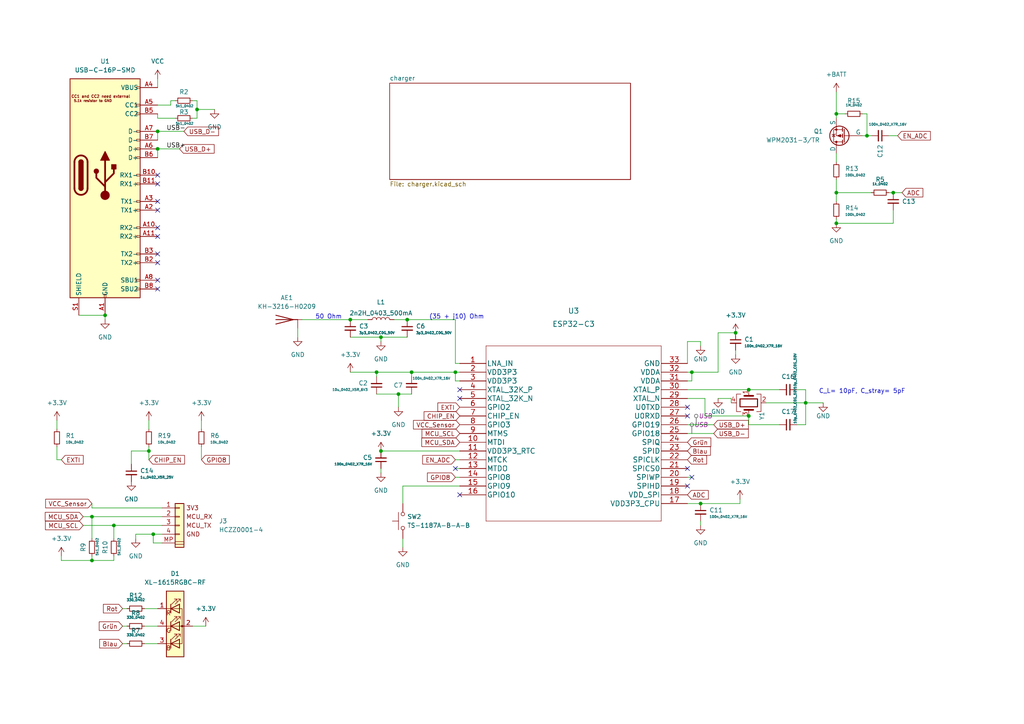
<source format=kicad_sch>
(kicad_sch (version 20231120) (generator "eeschema") (generator_version "8.0")
  (paper "A4")
  (title_block (title "USB-ESP32-C3") (date "2024-06-25") (rev "V2"))
  (lib_symbols
    (symbol "1_switch:TS-1187A-B-A-B" (pin_numbers hide) (pin_names (offset 1.016) hide)
      (property "Reference" "SW" (at 1.27 2.54 0))
      (property "Value" "TS-1187A-B-A-B" (at 0 -3.175 0))
      (symbol "TS-1187A-B-A-B_0_1"
        (pin passive line (at -5.08 0 0) (length 2.54) (name "1") (number "1"))
        (pin passive line (at 5.08 0 180) (length 2.54) (name "2") (number "2"))
      )
    )
    (symbol "DPS_connectors:DPS_UART_DEST_GH_FLAT" (pin_names (offset 1.016) hide)
      (property "Reference" "J" (at 0 5.08 0))
      (property "Value" "HCZZ0001-4" (at 0 -7.62 0))
      (symbol "DPS_UART_DEST_GH_FLAT_0_0"
        (text "3V3" (at 1.905 2.54 0) (effects (font (size 1.27 1.27)) (justify left)))
        (text "GND" (at 1.905 -5.08 0) (effects (font (size 1.27 1.27)) (justify left)))
        (text "MCU_RX" (at 1.905 0 0) (effects (font (size 1.27 1.27)) (justify left)))
        (text "MCU_TX" (at 1.905 -2.54 0) (effects (font (size 1.27 1.27)) (justify left)))
      )
      (symbol "DPS_UART_DEST_GH_FLAT_1_1"
        (pin passive line (at -5.08 2.54 0) (length 3.81) (name "Pin_1") (number "1"))
        (pin passive line (at -5.08 0 0) (length 3.81) (name "Pin_2") (number "2"))
        (pin passive line (at -5.08 -2.54 0) (length 3.81) (name "Pin_3") (number "3"))
        (pin passive line (at -5.08 -5.08 0) (length 3.81) (name "Pin_4") (number "4"))
        (pin passive line (at -5.08 -7.62 0) (length 3.81) (name "MP") (number "MP"))
      )
    )
    (symbol "DPS_connectors:USB-C-16P-SMD"
      (property "Reference" "U" (at 0 36.83 0))
      (property "Value" "USB-C-16P-SMD" (at 0 34.29 0))
      (symbol "USB-C-16P-SMD_0_0"
        (text " 5.1k resistor to GND" (at -3.81 26.67 0) (effects (font (size 0.7 0.7))))
        (text "CC1 and CC2 need external" (at -1.27 27.94 0) (effects (font (size 0.8 0.8))))
      )
      (symbol "USB-C-16P-SMD_1_1"
        (pin passive line (at 0 -35.56 90) (length 5.08) (name "GND") (number "A1"))
        (pin bidirectional line (at 15.24 -10.16 180) (length 5.08) (name "RX2-") (number "A10"))
        (pin bidirectional line (at 15.24 -12.7 180) (length 5.08) (name "RX2+") (number "A11"))
        (pin passive line (at 0 -35.56 90) (length 5.08) hide (name "GND") (number "A12"))
        (pin bidirectional line (at 15.24 -5.08 180) (length 5.08) (name "TX1+") (number "A2"))
        (pin bidirectional line (at 15.24 -2.54 180) (length 5.08) (name "TX1-") (number "A3"))
        (pin passive line (at 15.24 30.48 180) (length 5.08) (name "VBUS") (number "A4"))
        (pin bidirectional line (at 15.24 25.4 180) (length 5.08) (name "CC1") (number "A5"))
        (pin bidirectional line (at 15.24 12.7 180) (length 5.08) (name "D+") (number "A6"))
        (pin bidirectional line (at 15.24 17.78 180) (length 5.08) (name "D-") (number "A7"))
        (pin bidirectional line (at 15.24 -25.4 180) (length 5.08) (name "SBU1") (number "A8"))
        (pin passive line (at 15.24 30.48 180) (length 5.08) hide (name "VBUS") (number "A9"))
        (pin passive line (at 0 -35.56 90) (length 5.08) hide (name "GND") (number "B1"))
        (pin bidirectional line (at 15.24 5.08 180) (length 5.08) (name "RX1-") (number "B10"))
        (pin bidirectional line (at 15.24 2.54 180) (length 5.08) (name "RX1+") (number "B11"))
        (pin passive line (at 0 -35.56 90) (length 5.08) hide (name "GND") (number "B12"))
        (pin bidirectional line (at 15.24 -20.32 180) (length 5.08) (name "TX2+") (number "B2"))
        (pin bidirectional line (at 15.24 -17.78 180) (length 5.08) (name "TX2-") (number "B3"))
        (pin passive line (at 15.24 30.48 180) (length 5.08) hide (name "VBUS") (number "B4"))
        (pin bidirectional line (at 15.24 22.86 180) (length 5.08) (name "CC2") (number "B5"))
        (pin bidirectional line (at 15.24 10.16 180) (length 5.08) (name "D+") (number "B6"))
        (pin bidirectional line (at 15.24 15.24 180) (length 5.08) (name "D-") (number "B7"))
        (pin bidirectional line (at 15.24 -27.94 180) (length 5.08) (name "SBU2") (number "B8"))
        (pin passive line (at 15.24 30.48 180) (length 5.08) hide (name "VBUS") (number "B9"))
        (pin passive line (at -7.62 -35.56 90) (length 5.08) (name "SHIELD") (number "S1"))
      )
    )
    (symbol "ESP32-C3:ESP32-C3" (pin_names (offset 0.254))
      (property "Reference" "U" (at 33.02 10.16 0))
      (property "Value" "ESP32-C3" (at 33.02 7.62 0))
      (property "Footprint" "ESP32-C3:ESP32-C3" (at 33.02 6.096 0))
      (symbol "ESP32-C3_1_1"
        (pin bidirectional line (at 0 0 0) (length 7.62) (name "LNA_IN") (number "1"))
        (pin bidirectional line (at 0 -22.86 0) (length 7.62) (name "MTDI") (number "10"))
        (pin power_in line (at 0 -25.4 0) (length 7.62) (name "VDD3P3_RTC") (number "11"))
        (pin bidirectional line (at 0 -27.94 0) (length 7.62) (name "MTCK") (number "12"))
        (pin bidirectional line (at 0 -30.48 0) (length 7.62) (name "MTDO") (number "13"))
        (pin bidirectional line (at 0 -33.02 0) (length 7.62) (name "GPIO8") (number "14"))
        (pin bidirectional line (at 0 -35.56 0) (length 7.62) (name "GPIO9") (number "15"))
        (pin bidirectional line (at 0 -38.1 0) (length 7.62) (name "GPIO10") (number "16"))
        (pin power_in line (at 66.04 -40.64 180) (length 7.62) (name "VDD3P3_CPU") (number "17"))
        (pin power_in line (at 66.04 -38.1 180) (length 7.62) (name "VDD_SPI") (number "18"))
        (pin bidirectional line (at 66.04 -35.56 180) (length 7.62) (name "SPIHD") (number "19"))
        (pin power_in line (at 0 -2.54 0) (length 7.62) (name "VDD3P3") (number "2"))
        (pin bidirectional line (at 66.04 -33.02 180) (length 7.62) (name "SPIWP") (number "20"))
        (pin bidirectional line (at 66.04 -30.48 180) (length 7.62) (name "SPICS0") (number "21"))
        (pin bidirectional line (at 66.04 -27.94 180) (length 7.62) (name "SPICLK") (number "22"))
        (pin bidirectional line (at 66.04 -25.4 180) (length 7.62) (name "SPID") (number "23"))
        (pin bidirectional line (at 66.04 -22.86 180) (length 7.62) (name "SPIQ") (number "24"))
        (pin bidirectional line (at 66.04 -20.32 180) (length 7.62) (name "GPIO18") (number "25"))
        (pin bidirectional line (at 66.04 -17.78 180) (length 7.62) (name "GPIO19") (number "26"))
        (pin bidirectional line (at 66.04 -15.24 180) (length 7.62) (name "U0RXD") (number "27"))
        (pin bidirectional line (at 66.04 -12.7 180) (length 7.62) (name "U0TXD") (number "28"))
        (pin output line (at 66.04 -10.16 180) (length 7.62) (name "XTAL_N") (number "29"))
        (pin power_in line (at 0 -5.08 0) (length 7.62) (name "VDD3P3") (number "3"))
        (pin input line (at 66.04 -7.62 180) (length 7.62) (name "XTAL_P") (number "30"))
        (pin power_in line (at 66.04 -5.08 180) (length 7.62) (name "VDDA") (number "31"))
        (pin power_in line (at 66.04 -2.54 180) (length 7.62) (name "VDDA") (number "32"))
        (pin power_in line (at 66.04 0 180) (length 7.62) (name "GND") (number "33"))
        (pin bidirectional line (at 0 -7.62 0) (length 7.62) (name "XTAL_32K_P") (number "4"))
        (pin bidirectional line (at 0 -10.16 0) (length 7.62) (name "XTAL_32K_N") (number "5"))
        (pin bidirectional line (at 0 -12.7 0) (length 7.62) (name "GPIO2") (number "6"))
        (pin input line (at 0 -15.24 0) (length 7.62) (name "CHIP_EN") (number "7"))
        (pin bidirectional line (at 0 -17.78 0) (length 7.62) (name "GPIO3") (number "8"))
        (pin bidirectional line (at 0 -20.32 0) (length 7.62) (name "MTMS") (number "9"))
      )
    )
    (symbol "ESP32-C3_Bib:10p_0402_C0G_50V" (pin_numbers hide) (pin_names (offset 0.254) hide)
      (property "Reference" "C" (at 0.254 1.778 0))
      (property "Value" "10p_0402_C0G_50V" (at 0.254 -2.032 0))
      (symbol "10p_0402_C0G_50V_1_1"
        (pin passive line (at 0 2.54 270) (length 2.032) (name "~") (number "1"))
        (pin passive line (at 0 -2.54 90) (length 2.032) (name "~") (number "2"))
      )
    )
    (symbol "ESP32-C3_Bib:2n2H_0403_500mA" (pin_numbers hide) (pin_names (offset 1.016) hide)
      (property "Reference" "L" (at -1.27 0 90))
      (property "Value" "2n2H_0403_500mA" (at 1.905 0 90))
      (symbol "2n2H_0403_500mA_1_1"
        (pin passive line (at 0 3.81 270) (length 1.27) (name "1") (number "1"))
        (pin passive line (at 0 -3.81 90) (length 1.27) (name "2") (number "2"))
      )
    )
    (symbol "ESP32-C3_Bib:3p3_0402_C0G_50V" (pin_numbers hide) (pin_names (offset 0.254) hide)
      (property "Reference" "C" (at 0.254 1.778 0))
      (property "Value" "3p3_0402_C0G_50V" (at 0.254 -2.032 0))
      (symbol "3p3_0402_C0G_50V_1_1"
        (pin passive line (at 0 2.54 270) (length 2.032) (name "~") (number "1"))
        (pin passive line (at 0 -2.54 90) (length 2.032) (name "~") (number "2"))
      )
    )
    (symbol "ESP32-C3_Bib:40MHz_S3240000151040" (pin_names (offset 1.016) hide)
      (property "Reference" "Y" (at 3.175 5.08 0))
      (property "Value" "40MHz_S3240000151040" (at 3.175 3.175 0))
      (symbol "40MHz_S3240000151040_1_1"
        (pin bidirectional line (at -3.81 0 0) (length 1.27) (name "OSC1") (number "1"))
        (pin power_in line (at 0 5.08 270) (length 1.27) (name "GND") (number "2"))
        (pin bidirectional line (at 3.81 0 180) (length 1.27) (name "OSC2") (number "3"))
        (pin power_in line (at 0 -5.08 90) (length 1.27) (name "GND") (number "4"))
      )
    )
    (symbol "ESP32-C3_Bib:KH-3216-H0209" (pin_numbers hide) (pin_names (offset 1.016) hide)
      (property "Reference" "AE" (at -1.905 1.905 0))
      (property "Value" "KH-3216-H0209" (at -1.905 0 0))
      (symbol "KH-3216-H0209_0_0"
        (pin power_in line (at 2.54 -3.81 180) (length 2.54) (name "GND") (number "2"))
      )
      (symbol "KH-3216-H0209_1_1"
        (pin input line (at 0 -5.08 90) (length 2.54) (name "A") (number "1"))
      )
    )
    (symbol "Lil-Lib:PMOS" (pin_numbers hide) (pin_names (offset 0))
      (property "Reference" "Q" (at 5.08 1.27 0))
      (property "Value" "WPM2031-3/TR " (at 5.08 -1.27 0))
      (symbol "PMOS_1_1"
        (pin passive line (at -5.08 0 0) (length 2.54) (name "G") (number "1"))
        (pin input line (at 2.54 -5.08 90) (length 2.54) (name "S") (number "2"))
        (pin passive line (at 2.54 5.08 270) (length 2.54) (name "D") (number "3"))
      )
    )
    (symbol "capacitor_smd_standard:100n_0402_X7R_16V" (pin_numbers hide) (pin_names (offset 0.254) hide)
      (property "Reference" "C" (at 0.254 1.778 0))
      (property "Value" "100n_0402_X7R_16V" (at 0.254 -2.032 0))
      (symbol "100n_0402_X7R_16V_1_1"
        (pin passive line (at 0 2.54 270) (length 2.032) (name "~") (number "1"))
        (pin passive line (at 0 -2.54 90) (length 2.032) (name "~") (number "2"))
      )
    )
    (symbol "capacitor_smd_standard:10u_0402_X5R_6V3" (pin_numbers hide) (pin_names (offset 0.254) hide)
      (property "Reference" "C" (at 0.254 1.778 0))
      (property "Value" "10u_0402_X5R_6V3" (at 0.254 -2.032 0))
      (symbol "10u_0402_X5R_6V3_1_1"
        (pin passive line (at 0 2.54 270) (length 2.032) (name "~") (number "1"))
        (pin passive line (at 0 -2.54 90) (length 2.032) (name "~") (number "2"))
      )
    )
    (symbol "capacitor_smd_standard:1u_0402_X5R_25V" (pin_numbers hide) (pin_names (offset 0.254) hide)
      (property "Reference" "C" (at 0.254 1.778 0))
      (property "Value" "1u_0402_X5R_25V" (at 0.254 -2.032 0))
      (symbol "1u_0402_X5R_25V_1_1"
        (pin passive line (at 0 2.54 270) (length 2.032) (name "~") (number "1"))
        (pin passive line (at 0 -2.54 90) (length 2.032) (name "~") (number "2"))
      )
    )
    (symbol "led:XL-1615RGBC-RF" (pin_names (offset 0) hide)
      (property "Reference" "D" (at 0 12.7 0))
      (property "Value" "XL-1615RGBC-RF" (at 1.27 -11.43 0))
      (symbol "XL-1615RGBC-RF_0_0"
        (text "B" (at -1.905 -6.35 0) (effects (font (size 1.27 1.27))))
        (text "G" (at -1.905 -1.27 0) (effects (font (size 1.27 1.27))))
        (text "R" (at -1.905 3.81 0) (effects (font (size 1.27 1.27))))
      )
      (symbol "XL-1615RGBC-RF_1_1"
        (pin passive line (at -5.08 5.08 0) (length 2.54) (name "RK") (number "1"))
        (pin passive line (at 5.08 0 180) (length 2.54) (name "A") (number "2"))
        (pin passive line (at -5.08 -5.08 0) (length 2.54) (name "BK") (number "3"))
        (pin passive line (at -5.08 0 0) (length 2.54) (name "GK") (number "4"))
      )
    )
    (symbol "power:+3.3V" (power) (pin_names (offset 0))
      (property "Value" "+3.3V" (at 0 3.556 0))
      (symbol "+3.3V_1_1"
        (pin power_in line (at 0 0 90) (length 0) hide (name "+3.3V") (number "1"))
      )
    )
    (symbol "power:+BATT" (power) (pin_names (offset 0))
      (property "Value" "+BATT" (at 0 3.556 0))
      (symbol "+BATT_1_1"
        (pin power_in line (at 0 0 90) (length 0) hide (name "+BATT") (number "1"))
      )
    )
    (symbol "power:GND" (power) (pin_names (offset 0))
      (property "Value" "GND" (at 0 -3.81 0))
      (symbol "GND_1_1"
        (pin power_in line (at 0 0 270) (length 0) hide (name "GND") (number "1"))
      )
    )
    (symbol "power:VCC" (power) (pin_names (offset 0))
      (property "Value" "VCC" (at 0 3.81 0))
      (symbol "VCC_1_1"
        (pin power_in line (at 0 0 90) (length 0) hide (name "VCC") (number "1"))
      )
    )
    (symbol "resistor_smd_standard:100k_0402" (pin_numbers hide) (pin_names (offset 0.254) hide)
      (property "Reference" "R" (at 1.27 1.27 0))
      (property "Value" "100k_0402" (at 1.27 0 0))
      (symbol "100k_0402_1_1"
        (pin passive line (at 0 2.54 270) (length 0.762) (name "~") (number "1"))
        (pin passive line (at 0 -2.54 90) (length 0.762) (name "~") (number "2"))
      )
    )
    (symbol "resistor_smd_standard:10k_0402" (pin_numbers hide) (pin_names (offset 0.254) hide)
      (property "Reference" "R" (at 1.27 1.27 0))
      (property "Value" "10k_0402" (at 1.27 0 0))
      (symbol "10k_0402_1_1"
        (pin passive line (at 0 2.54 270) (length 0.762) (name "~") (number "1"))
        (pin passive line (at 0 -2.54 90) (length 0.762) (name "~") (number "2"))
      )
    )
    (symbol "resistor_smd_standard:1M_0402" (pin_numbers hide) (pin_names (offset 0.254) hide)
      (property "Reference" "R" (at 1.27 1.27 0))
      (property "Value" "1M_0402" (at 1.27 0 0))
      (symbol "1M_0402_1_1"
        (pin passive line (at 0 2.54 270) (length 0.762) (name "~") (number "1"))
        (pin passive line (at 0 -2.54 90) (length 0.762) (name "~") (number "2"))
      )
    )
    (symbol "resistor_smd_standard:1k_0402" (pin_numbers hide) (pin_names (offset 0.254) hide)
      (property "Reference" "R" (at 1.27 1.27 0))
      (property "Value" "1k_0402" (at 1.27 0 0))
      (symbol "1k_0402_1_1"
        (pin passive line (at 0 2.54 270) (length 0.762) (name "~") (number "1"))
        (pin passive line (at 0 -2.54 90) (length 0.762) (name "~") (number "2"))
      )
    )
    (symbol "resistor_smd_standard:330_0402" (pin_numbers hide) (pin_names (offset 0.254) hide)
      (property "Reference" "R" (at 1.27 1.27 0))
      (property "Value" "330_0402" (at 1.27 0 0))
      (symbol "330_0402_1_1"
        (pin passive line (at 0 2.54 270) (length 0.762) (name "~") (number "1"))
        (pin passive line (at 0 -2.54 90) (length 0.762) (name "~") (number "2"))
      )
    )
    (symbol "resistor_smd_standard:5k1_0402" (pin_numbers hide) (pin_names (offset 0.254) hide)
      (property "Reference" "R" (at 1.27 1.27 0))
      (property "Value" "5k1_0402" (at 1.27 0 0))
      (symbol "5k1_0402_1_1"
        (pin passive line (at 0 2.54 270) (length 0.762) (name "~") (number "1"))
        (pin passive line (at 0 -2.54 90) (length 0.762) (name "~") (number "2"))
      )
    )
  )
  (junction (at 217.17 120.65))
  (junction (at 217.17 113.03))
  (junction (at 44.45 154.94))
  (junction (at 118.11 92.71))
  (junction (at 30.48 91.44))
  (junction (at 242.57 33.02))
  (junction (at 43.18 130.81))
  (junction (at 251.46 39.37))
  (junction (at 45.72 43.18))
  (junction (at 110.49 97.79))
  (junction (at 242.57 55.88))
  (junction (at 33.02 152.4))
  (junction (at 132.08 107.95))
  (junction (at 57.15 31.75))
  (junction (at 213.36 96.52))
  (junction (at 200.66 107.95))
  (junction (at 26.67 149.86))
  (junction (at 109.22 107.95))
  (junction (at 101.6 92.71))
  (junction (at 259.08 55.88))
  (junction (at 110.49 130.81))
  (junction (at 203.2 146.05))
  (junction (at 119.38 107.95))
  (junction (at 233.68 116.84))
  (junction (at 115.57 114.3))
  (junction (at 242.57 64.77))
  (junction (at 26.67 162.56))
  (junction (at 45.72 38.1))
  (no_connect (at 199.39 140.97))
  (no_connect (at 200.66 138.43))
  (no_connect (at 199.39 118.11))
  (no_connect (at 199.39 120.65))
  (no_connect (at 133.35 115.57))
  (no_connect (at 133.35 143.51))
  (no_connect (at 133.35 113.03))
  (no_connect (at 132.08 135.89))
  (no_connect (at 199.39 135.89))
  (no_connect (at 45.72 66.04))
  (no_connect (at 45.72 68.58))
  (no_connect (at 45.72 73.66))
  (no_connect (at 45.72 76.2))
  (no_connect (at 45.72 58.42))
  (no_connect (at 45.72 60.96))
  (no_connect (at 45.72 81.28))
  (no_connect (at 45.72 83.82))
  (no_connect (at 45.72 53.34))
  (no_connect (at 45.72 50.8))
  (wire (pts (xy 199.39 107.95) (xy 200.66 107.95)))
  (wire (pts (xy 212.09 116.84) (xy 212.09 115.57)))
  (wire (pts (xy 58.42 121.92) (xy 58.42 124.46)))
  (wire (pts (xy 207.01 125.73) (xy 199.39 125.73)))
  (wire (pts (xy 242.57 55.88) (xy 252.73 55.88)))
  (wire (pts (xy 259.08 60.96) (xy 259.08 64.77)))
  (wire (pts (xy 22.86 91.44) (xy 30.48 91.44)))
  (wire (pts (xy 33.02 152.4) (xy 46.99 152.4)))
  (wire (pts (xy 57.15 29.21) (xy 57.15 31.75)))
  (wire (pts (xy 41.91 181.61) (xy 45.72 181.61)))
  (wire (pts (xy 17.78 162.56) (xy 26.67 162.56)))
  (wire (pts (xy 231.14 113.03) (xy 233.68 113.03)))
  (wire (pts (xy 115.57 114.3) (xy 119.38 114.3)))
  (wire (pts (xy 132.08 110.49) (xy 133.35 110.49)))
  (wire (pts (xy 58.42 129.54) (xy 58.42 133.35)))
  (wire (pts (xy 204.47 120.65) (xy 217.17 120.65)))
  (wire (pts (xy 16.51 133.35) (xy 16.51 129.54)))
  (wire (pts (xy 242.57 64.77) (xy 259.08 64.77)))
  (wire (pts (xy 17.78 161.29) (xy 17.78 162.56)))
  (wire (pts (xy 116.84 156.21) (xy 116.84 158.75)))
  (wire (pts (xy 242.57 33.02) (xy 245.11 33.02)))
  (wire (pts (xy 132.08 92.71) (xy 132.08 105.41)))
  (wire (pts (xy 101.6 97.79) (xy 110.49 97.79)))
  (wire (pts (xy 86.36 95.25) (xy 86.36 97.79)))
  (wire (pts (xy 204.47 120.65) (xy 204.47 115.57)))
  (wire (pts (xy 26.67 149.86) (xy 26.67 156.21)))
  (wire (pts (xy 110.49 97.79) (xy 118.11 97.79)))
  (wire (pts (xy 33.02 152.4) (xy 33.02 156.21)))
  (wire (pts (xy 257.81 39.37) (xy 260.35 39.37)))
  (wire (pts (xy 43.18 121.92) (xy 43.18 124.46)))
  (wire (pts (xy 132.08 135.89) (xy 133.35 135.89)))
  (wire (pts (xy 132.08 133.35) (xy 133.35 133.35)))
  (wire (pts (xy 57.15 31.75) (xy 62.23 31.75)))
  (wire (pts (xy 132.08 138.43) (xy 133.35 138.43)))
  (wire (pts (xy 208.28 96.52) (xy 213.36 96.52)))
  (wire (pts (xy 132.08 107.95) (xy 119.38 107.95)))
  (wire (pts (xy 24.13 152.4) (xy 33.02 152.4)))
  (wire (pts (xy 101.6 92.71) (xy 106.68 92.71)))
  (wire (pts (xy 250.19 33.02) (xy 251.46 33.02)))
  (wire (pts (xy 26.67 146.05) (xy 26.67 147.32)))
  (wire (pts (xy 199.39 113.03) (xy 217.17 113.03)))
  (wire (pts (xy 57.15 31.75) (xy 57.15 34.29)))
  (wire (pts (xy 43.18 129.54) (xy 43.18 130.81)))
  (wire (pts (xy 114.3 92.71) (xy 118.11 92.71)))
  (wire (pts (xy 35.56 176.53) (xy 36.83 176.53)))
  (wire (pts (xy 110.49 130.81) (xy 133.35 130.81)))
  (wire (pts (xy 101.6 107.95) (xy 109.22 107.95)))
  (wire (pts (xy 199.39 105.41) (xy 199.39 99.06)))
  (wire (pts (xy 50.8 34.29) (xy 45.72 34.29)))
  (wire (pts (xy 204.47 115.57) (xy 199.39 115.57)))
  (wire (pts (xy 199.39 99.06) (xy 203.2 99.06)))
  (wire (pts (xy 213.36 101.6) (xy 213.36 102.87)))
  (wire (pts (xy 199.39 110.49) (xy 200.66 110.49)))
  (wire (pts (xy 45.72 34.29) (xy 45.72 33.02)))
  (wire (pts (xy 207.01 123.19) (xy 199.39 123.19)))
  (wire (pts (xy 45.72 25.4) (xy 45.72 22.86)))
  (wire (pts (xy 43.18 130.81) (xy 43.18 133.35)))
  (wire (pts (xy 231.14 123.19) (xy 233.68 123.19)))
  (wire (pts (xy 38.1 134.62) (xy 38.1 130.81)))
  (wire (pts (xy 45.72 43.18) (xy 45.72 45.72)))
  (wire (pts (xy 35.56 186.69) (xy 36.83 186.69)))
  (wire (pts (xy 44.45 154.94) (xy 46.99 154.94)))
  (wire (pts (xy 212.09 115.57) (xy 208.28 115.57)))
  (wire (pts (xy 251.46 33.02) (xy 251.46 39.37)))
  (wire (pts (xy 217.17 120.65) (xy 217.17 123.19)))
  (wire (pts (xy 16.51 121.92) (xy 16.51 124.46)))
  (wire (pts (xy 233.68 113.03) (xy 233.68 116.84)))
  (wire (pts (xy 217.17 113.03) (xy 226.06 113.03)))
  (wire (pts (xy 242.57 44.45) (xy 242.57 46.99)))
  (wire (pts (xy 87.63 92.71) (xy 101.6 92.71)))
  (wire (pts (xy 46.99 157.48) (xy 44.45 157.48)))
  (wire (pts (xy 214.63 146.05) (xy 203.2 146.05)))
  (wire (pts (xy 203.2 99.06) (xy 203.2 100.33)))
  (wire (pts (xy 110.49 97.79) (xy 110.49 99.06)))
  (wire (pts (xy 242.57 33.02) (xy 242.57 34.29)))
  (wire (pts (xy 39.37 154.94) (xy 44.45 154.94)))
  (wire (pts (xy 133.35 107.95) (xy 132.08 107.95)))
  (wire (pts (xy 109.22 107.95) (xy 109.22 109.22)))
  (wire (pts (xy 116.84 140.97) (xy 116.84 146.05)))
  (wire (pts (xy 55.88 34.29) (xy 57.15 34.29)))
  (wire (pts (xy 109.22 114.3) (xy 115.57 114.3)))
  (wire (pts (xy 109.22 107.95) (xy 119.38 107.95)))
  (wire (pts (xy 45.72 38.1) (xy 53.34 38.1)))
  (wire (pts (xy 24.13 149.86) (xy 26.67 149.86)))
  (wire (pts (xy 110.49 135.89) (xy 110.49 137.16)))
  (wire (pts (xy 26.67 147.32) (xy 46.99 147.32)))
  (wire (pts (xy 38.1 130.81) (xy 43.18 130.81)))
  (wire (pts (xy 39.37 154.94) (xy 39.37 156.21)))
  (wire (pts (xy 26.67 149.86) (xy 46.99 149.86)))
  (wire (pts (xy 119.38 109.22) (xy 119.38 107.95)))
  (wire (pts (xy 251.46 39.37) (xy 250.19 39.37)))
  (wire (pts (xy 233.68 123.19) (xy 233.68 116.84)))
  (wire (pts (xy 242.57 26.67) (xy 242.57 33.02)))
  (wire (pts (xy 242.57 52.07) (xy 242.57 55.88)))
  (wire (pts (xy 203.2 151.13) (xy 203.2 152.4)))
  (wire (pts (xy 115.57 114.3) (xy 115.57 118.11)))
  (wire (pts (xy 118.11 92.71) (xy 132.08 92.71)))
  (wire (pts (xy 242.57 63.5) (xy 242.57 64.77)))
  (wire (pts (xy 33.02 161.29) (xy 33.02 162.56)))
  (wire (pts (xy 41.91 186.69) (xy 45.72 186.69)))
  (wire (pts (xy 33.02 162.56) (xy 26.67 162.56)))
  (wire (pts (xy 49.53 29.21) (xy 50.8 29.21)))
  (wire (pts (xy 251.46 39.37) (xy 252.73 39.37)))
  (wire (pts (xy 132.08 107.95) (xy 132.08 110.49)))
  (wire (pts (xy 214.63 146.05) (xy 214.63 144.78)))
  (wire (pts (xy 233.68 116.84) (xy 238.76 116.84)))
  (wire (pts (xy 259.08 55.88) (xy 261.62 55.88)))
  (wire (pts (xy 45.72 38.1) (xy 45.72 40.64)))
  (wire (pts (xy 44.45 157.48) (xy 44.45 154.94)))
  (wire (pts (xy 55.88 181.61) (xy 59.69 181.61)))
  (wire (pts (xy 55.88 29.21) (xy 57.15 29.21)))
  (wire (pts (xy 257.81 55.88) (xy 259.08 55.88)))
  (wire (pts (xy 45.72 43.18) (xy 52.07 43.18)))
  (wire (pts (xy 16.51 133.35) (xy 17.78 133.35)))
  (wire (pts (xy 45.72 30.48) (xy 49.53 30.48)))
  (wire (pts (xy 49.53 30.48) (xy 49.53 29.21)))
  (wire (pts (xy 200.66 110.49) (xy 200.66 107.95)))
  (wire (pts (xy 116.84 140.97) (xy 133.35 140.97)))
  (wire (pts (xy 132.08 105.41) (xy 133.35 105.41)))
  (wire (pts (xy 35.56 181.61) (xy 36.83 181.61)))
  (wire (pts (xy 41.91 176.53) (xy 45.72 176.53)))
  (wire (pts (xy 26.67 161.29) (xy 26.67 162.56)))
  (wire (pts (xy 222.25 116.84) (xy 233.68 116.84)))
  (wire (pts (xy 200.66 138.43) (xy 199.39 138.43)))
  (wire (pts (xy 208.28 107.95) (xy 208.28 96.52)))
  (wire (pts (xy 242.57 55.88) (xy 242.57 58.42)))
  (wire (pts (xy 200.66 107.95) (xy 208.28 107.95)))
  (wire (pts (xy 30.48 91.44) (xy 30.48 92.71)))
  (wire (pts (xy 199.39 146.05) (xy 203.2 146.05)))
  (wire (pts (xy 217.17 123.19) (xy 226.06 123.19)))
  (text "50 Ohm\n" (at 91.44 92.71 0) (effects (font (size 1.27 1.27)) (justify left bottom)))
  (text "(35 + j10) Ohm" (at 124.46 92.71 0) (effects (font (size 1.27 1.27)) (justify left bottom)))
  (text "C_L= 10pF, C_stray= 5pF" (at 237.49 114.3 0) (effects (font (size 1.27 1.27)) (justify left bottom)))
  (label "USB-" (at 48.26 38.1 0))
  (label "USB+" (at 48.26 43.18 0))
  (global_label "Grün" (shape input) (at 35.56 181.61 180) (property "Intersheetrefs" "${INTERSHEET_REFS}" (effects (hide yes))))
  (global_label "MCU_SCL" (shape input) (at 24.13 152.4 180) (property "Intersheetrefs" "${INTERSHEET_REFS}" (effects (hide yes))))
  (global_label "GPIO8" (shape input) (at 132.08 138.43 180) (property "Intersheetrefs" "${INTERSHEET_REFS}" (effects (hide yes))))
  (global_label "MCU_SCL" (shape input) (at 133.35 125.73 180) (property "Intersheetrefs" "${INTERSHEET_REFS}" (effects (hide yes))))
  (global_label "ADC" (shape input) (at 199.39 143.51 0) (property "Intersheetrefs" "${INTERSHEET_REFS}" (effects (hide yes))))
  (global_label "EN_ADC" (shape input) (at 132.08 133.35 180) (property "Intersheetrefs" "${INTERSHEET_REFS}" (effects (hide yes))))
  (global_label "VCC_Sensor" (shape input) (at 133.35 123.19 180) (property "Intersheetrefs" "${INTERSHEET_REFS}" (effects (hide yes))))
  (global_label "Rot" (shape input) (at 35.56 176.53 180) (property "Intersheetrefs" "${INTERSHEET_REFS}" (effects (hide yes))))
  (global_label "USB_D-" (shape input) (at 53.34 38.1 0) (property "Intersheetrefs" "${INTERSHEET_REFS}" (effects (hide yes))))
  (global_label "USB_D-" (shape input) (at 207.01 125.73 0) (property "Intersheetrefs" "${INTERSHEET_REFS}" (effects (hide yes))))
  (global_label "GPIO8" (shape input) (at 58.42 133.35 0) (property "Intersheetrefs" "${INTERSHEET_REFS}" (effects (hide yes))))
  (global_label "EXTI" (shape input) (at 17.78 133.35 0) (property "Intersheetrefs" "${INTERSHEET_REFS}" (effects (hide yes))))
  (global_label "Rot" (shape input) (at 199.39 133.35 0) (property "Intersheetrefs" "${INTERSHEET_REFS}" (effects (hide yes))))
  (global_label "EXTI" (shape input) (at 133.35 118.11 180) (property "Intersheetrefs" "${INTERSHEET_REFS}" (effects (hide yes))))
  (global_label "USB_D+" (shape input) (at 52.07 43.18 0) (property "Intersheetrefs" "${INTERSHEET_REFS}" (effects (hide yes))))
  (global_label "VCC_Sensor" (shape input) (at 26.67 146.05 180) (property "Intersheetrefs" "${INTERSHEET_REFS}" (effects (hide yes))))
  (global_label "Blau" (shape input) (at 199.39 130.81 0) (property "Intersheetrefs" "${INTERSHEET_REFS}" (effects (hide yes))))
  (global_label "Grün" (shape input) (at 199.39 128.27 0) (property "Intersheetrefs" "${INTERSHEET_REFS}" (effects (hide yes))))
  (global_label "MCU_SDA" (shape input) (at 133.35 128.27 180) (property "Intersheetrefs" "${INTERSHEET_REFS}" (effects (hide yes))))
  (global_label "USB_D+" (shape input) (at 207.01 123.19 0) (property "Intersheetrefs" "${INTERSHEET_REFS}" (effects (hide yes))))
  (global_label "Blau" (shape input) (at 35.56 186.69 180) (property "Intersheetrefs" "${INTERSHEET_REFS}" (effects (hide yes))))
  (global_label "MCU_SDA" (shape input) (at 24.13 149.86 180) (property "Intersheetrefs" "${INTERSHEET_REFS}" (effects (hide yes))))
  (global_label "ADC" (shape input) (at 261.62 55.88 0) (property "Intersheetrefs" "${INTERSHEET_REFS}" (effects (hide yes))))
  (global_label "CHIP_EN" (shape input) (at 133.35 120.65 180) (property "Intersheetrefs" "${INTERSHEET_REFS}" (effects (hide yes))))
  (global_label "CHIP_EN" (shape input) (at 43.18 133.35 0) (property "Intersheetrefs" "${INTERSHEET_REFS}" (effects (hide yes))))
  (global_label "EN_ADC" (shape input) (at 260.35 39.37 0) (property "Intersheetrefs" "${INTERSHEET_REFS}" (effects (hide yes))))
  (netclass_flag "" (length 2.54) (shape round) (at 201.93 123.19 0) (property "Netclass" "USB" (at 202.6285 120.65 0) (effects (font (italic yes)) (justify left))))
  (netclass_flag "" (length 2.54) (shape round) (at 200.66 125.73 0) (property "Netclass" "USB" (at 201.3585 123.19 0) (effects (font (italic yes)) (justify left))))
  (symbol (lib_id "ESP32-C3_Bib:10p_0402_C0G_50V") (at 228.6 113.03 90) (unit 1)
    (property "Reference" "C16" (at 228.6 109.22 90))
    (property "Value" "10p_0402_C0G_50V" (at 230.632 112.776 0) (effects (font (size 0.7 0.7)) (justify left)))
    (property "Footprint" "Capacitor_SMD:C_0402_1005Metric" (effects (hide yes)))
    (property "Datasheet" "https://datasheet.lcsc.com/lcsc/1810261513_Samsung-Electro-Mechanics-CL10C100JB8NNNC_C1634.pdf" (effects (hide yes)))
    (property "LCSC" "C1634" (effects (hide yes)))
    (property "Price800" "0.0037" (effects (hide yes)))
  )
  (symbol (lib_id "power:GND") (at 110.49 137.16 0) (unit 1)
    (property "Reference" "#PWR09" (effects (hide yes)))
    (property "Value" "GND" (at 110.49 142.24 0))
  )
  (symbol (lib_id "power:+3.3V") (at 213.36 96.52 0) (unit 1)
    (property "Reference" "#PWR033" (effects (hide yes)))
    (property "Value" "+3.3V" (at 213.36 91.44 0))
  )
  (symbol (lib_id "power:GND") (at 242.57 64.77 0) (unit 1)
    (property "Reference" "#PWR010" (effects (hide yes)))
    (property "Value" "GND" (at 242.57 69.85 0))
  )
  (symbol (lib_id "resistor_smd_standard:10k_0402") (at 58.42 127 0) (unit 1)
    (property "Reference" "R6" (at 60.96 126.3649 0) (effects (justify left)))
    (property "Value" "10k_0402" (at 60.96 128.27 0) (effects (font (size 0.7 0.7)) (justify left)))
    (property "Footprint" "Resistor_SMD:R_0402_1005Metric" (effects (hide yes)))
    (property "Datasheet" "https://datasheet.lcsc.com/lcsc/2110260030_UNI-ROYAL-Uniroyal-Elec-0402WGF1002TCE_C25744.pdf" (effects (hide yes)))
    (property "Description" "±1% 1/16W Thick Film Resistors 50V ±100ppm/℃ -55℃~+155℃ 10kΩ 0402 Chip Resistor - Surface Mount ROHS" (effects (hide yes)))
    (property "LCSC" "C25744" (effects (hide yes)))
    (property "Tollerance" "1%" (effects (hide yes)))
    (property "Voltage" "50V" (effects (hide yes)))
    (property "Price1000" "0.0005" (effects (hide yes)))
  )
  (symbol (lib_id "resistor_smd_standard:5k1_0402") (at 26.67 158.75 180) (unit 1)
    (property "Reference" "R9" (at 24.13 158.75 90))
    (property "Value" "5k1_0402" (at 28.194 155.956 90) (effects (font (size 0.7 0.7)) (justify left)))
    (property "Footprint" "Resistor_SMD:R_0402_1005Metric" (effects (hide yes)))
    (property "Datasheet" "https://datasheet.lcsc.com/lcsc/2110260030_UNI-ROYAL-Uniroyal-Elec-0402WGF5101TCE_C25905.pdf" (effects (hide yes)))
    (property "Description" "±1% 1/16W Thick Film Resistors 50V ±100ppm/℃ -55℃~+155℃ 5.1kΩ 0402 Chip Resistor - Surface Mount ROHS" (effects (hide yes)))
    (property "LCSC" "C25905" (effects (hide yes)))
    (property "Tollerance" "1%" (effects (hide yes)))
    (property "Voltage" "50V" (effects (hide yes)))
  )
  (symbol (lib_id "capacitor_smd_standard:10u_0402_X5R_6V3") (at 109.22 111.76 0) (mirror x) (unit 1)
    (property "Reference" "C2" (at 106.68 111.1186 0) (effects (justify right)))
    (property "Value" "10u_0402_X5R_6V3" (at 106.68 113.0236 0) (effects (font (size 0.7 0.7)) (justify right)))
    (property "Footprint" "Capacitor_SMD:C_0402_1005Metric" (effects (hide yes)))
    (property "Datasheet" "https://datasheet.lcsc.com/lcsc/1810191215_Samsung-Electro-Mechanics-CL05A106MQ5NUNC_C15525.pdf" (effects (hide yes)))
    (property "LCSC" "C15525" (effects (hide yes)))
    (property "Price1000" "0.0027" (effects (hide yes)))
  )
  (symbol (lib_id "resistor_smd_standard:1k_0402") (at 255.27 55.88 90) (unit 1)
    (property "Reference" "R5" (at 255.27 52.07 90))
    (property "Value" "1k_0402" (at 255.27 53.34 90) (effects (font (size 0.7 0.7))))
    (property "Footprint" "Resistor_SMD:R_0402_1005Metric" (effects (hide yes)))
    (property "Datasheet" "https://datasheet.lcsc.com/lcsc/2206010216_UNI-ROYAL-Uniroyal-Elec-0402WGF1001TCE_C11702.pdf" (effects (hide yes)))
    (property "Description" "62.5mW Thick Film Resistors 50V ±100ppm/℃ ±1% -55℃~+155℃ 1kΩ 0402  Chip Resistor - Surface Mount ROHS" (effects (hide yes)))
    (property "LCSC" "C11702" (effects (hide yes)))
    (property "Tollerance" "1%" (effects (hide yes)))
    (property "Voltage" "50V" (effects (hide yes)))
    (property "Price1000" "0.0003" (effects (hide yes)))
  )
  (symbol (lib_id "resistor_smd_standard:1M_0402") (at 247.65 33.02 90) (unit 1)
    (property "Reference" "R15" (at 247.65 29.21 90))
    (property "Value" "1M_0402" (at 247.65 30.48 90) (effects (font (size 0.7 0.7))))
    (property "Footprint" "Resistor_SMD:R_0402_1005Metric" (effects (hide yes)))
    (property "Datasheet" "https://datasheet.lcsc.com/lcsc/2110260030_UNI-ROYAL-Uniroyal-Elec-0402WGF1003TCE_C25741.pdf" (effects (hide yes)))
    (property "Description" "±1% 1/16W Thick Film Resistors 50V ±100ppm/℃ -55℃~+155℃ 1MΩ 0402 Chip Resistor - Surface Mount ROHS" (effects (hide yes)))
    (property "LCSC" "C26083" (effects (hide yes)))
    (property "Tollerance" "1%" (effects (hide yes)))
    (property "Voltage" "50V" (effects (hide yes)))
    (property "Price1000" "0.0004" (effects (hide yes)))
    (property "QtyReel" "10000" (effects (hide yes)))
  )
  (symbol (lib_id "power:+3.3V") (at 59.69 181.61 0) (unit 1)
    (property "Reference" "#PWR011" (effects (hide yes)))
    (property "Value" "+3.3V" (at 59.69 176.53 0))
  )
  (symbol (lib_id "power:GND") (at 116.84 158.75 0) (unit 1)
    (property "Reference" "#PWR012" (effects (hide yes)))
    (property "Value" "GND" (at 116.84 163.83 0))
  )
  (symbol (lib_id "resistor_smd_standard:330_0402") (at 39.37 176.53 90) (unit 1)
    (property "Reference" "R12" (at 39.37 172.72 90))
    (property "Value" "330_0402" (at 39.37 173.99 90) (effects (font (size 0.7 0.7))))
    (property "Footprint" "Resistor_SMD:R_0402_1005Metric" (effects (hide yes)))
    (property "Datasheet" "https://datasheet.lcsc.com/lcsc/2110260030_UNI-ROYAL-Uniroyal-Elec-0402WGF5101TCE_C25905.pdf" (effects (hide yes)))
    (property "Description" "±1% 1/16W Thick Film Resistors 50V ±100ppm/℃ -55℃~+155℃ 330Ω 0402 Chip Resistor - Surface Mount ROHS" (effects (hide yes)))
    (property "LCSC" "C25104" (effects (hide yes)))
    (property "Tollerance" "1%" (effects (hide yes)))
    (property "Voltage" "50V" (effects (hide yes)))
  )
  (symbol (lib_id "power:+3.3V") (at 101.6 107.95 0) (unit 1)
    (property "Reference" "#PWR017" (effects (hide yes)))
    (property "Value" "+3.3V" (at 101.6 102.87 0))
  )
  (symbol (lib_id "capacitor_smd_standard:100n_0402_X7R_16V") (at 255.27 39.37 270) (mirror x) (unit 1)
    (property "Reference" "C12" (at 255.27 41.91 0) (effects (justify right)))
    (property "Value" "100n_0402_X7R_16V" (at 251.968 36.068 90) (effects (font (size 0.7 0.7)) (justify left)))
    (property "Footprint" "Capacitor_SMD:C_0402_1005Metric" (effects (hide yes)))
    (property "Datasheet" "https://datasheet.lcsc.com/lcsc/1810191219_Samsung-Electro-Mechanics-CL05B104KO5NNNC_C1525.pdf" (effects (hide yes)))
    (property "LCSC" "C1525" (effects (hide yes)))
    (property "Price1000" "0.0006" (effects (hide yes)))
    (property "QtyReel" "10000" (effects (hide yes)))
  )
  (symbol (lib_id "power:GND") (at 213.36 102.87 0) (unit 1)
    (property "Reference" "#PWR024" (effects (hide yes)))
    (property "Value" "GND" (at 213.36 107.95 0))
  )
  (symbol (lib_id "ESP32-C3_Bib:2n2H_0403_500mA") (at 110.49 92.71 90) (unit 1)
    (property "Reference" "L1" (at 110.49 87.63 90))
    (property "Value" "2n2H_0403_500mA" (at 110.49 90.805 90))
    (property "Footprint" "Resistor_SMD:R_0402_1005Metric" (effects (hide yes)))
    (property "Datasheet" "https://datasheet.lcsc.com/lcsc/1809051312_TDK-MLK1005S2N2ST000_C76790.pdf" (effects (hide yes)))
    (property "LCSC" "C76790" (effects (hide yes)))
  )
  (symbol (lib_id "power:GND") (at 203.2 152.4 0) (unit 1)
    (property "Reference" "#PWR022" (effects (hide yes)))
    (property "Value" "GND" (at 203.2 157.48 0))
  )
  (symbol (lib_id "resistor_smd_standard:100k_0402") (at 242.57 60.96 0) (unit 1)
    (property "Reference" "R14" (at 245.11 60.3249 0) (effects (justify left)))
    (property "Value" "100k_0402" (at 245.11 62.23 0) (effects (font (size 0.7 0.7)) (justify left)))
    (property "Footprint" "Resistor_SMD:R_0402_1005Metric" (effects (hide yes)))
    (property "Datasheet" "https://datasheet.lcsc.com/lcsc/2110260030_UNI-ROYAL-Uniroyal-Elec-0402WGF1003TCE_C25741.pdf" (effects (hide yes)))
    (property "Description" "±1% 1/16W Thick Film Resistors 50V ±100ppm/℃ -55℃~+155℃ 100kΩ 0402 Chip Resistor - Surface Mount ROHS" (effects (hide yes)))
    (property "LCSC" "C25741" (effects (hide yes)))
    (property "Tollerance" "1%" (effects (hide yes)))
    (property "Voltage" "50V" (effects (hide yes)))
    (property "Price1000" "0.0004" (effects (hide yes)))
  )
  (symbol (lib_id "power:+3.3V") (at 17.78 161.29 0) (unit 1)
    (property "Reference" "#PWR018" (effects (hide yes)))
    (property "Value" "+3.3V" (at 17.78 156.21 0))
  )
  (symbol (lib_id "ESP32-C3_Bib:10p_0402_C0G_50V") (at 228.6 123.19 90) (unit 1)
    (property "Reference" "C17" (at 228.6 119.38 90))
    (property "Value" "10p_0402_C0G_50V" (at 230.632 122.936 0) (effects (font (size 0.7 0.7)) (justify left)))
    (property "Footprint" "Capacitor_SMD:C_0402_1005Metric" (effects (hide yes)))
    (property "Datasheet" "https://datasheet.lcsc.com/lcsc/1810261513_Samsung-Electro-Mechanics-CL10C100JB8NNNC_C1634.pdf" (effects (hide yes)))
    (property "LCSC" "C1634" (effects (hide yes)))
    (property "Price800" "0.0037" (effects (hide yes)))
  )
  (symbol (lib_id "power:+3.3V") (at 110.49 130.81 0) (unit 1)
    (property "Reference" "#PWR029" (effects (hide yes)))
    (property "Value" "+3.3V" (at 110.49 125.73 0))
  )
  (symbol (lib_id "resistor_smd_standard:5k1_0402") (at 53.34 34.29 90) (unit 1)
    (property "Reference" "R3" (at 53.34 32.512 90))
    (property "Value" "5k1_0402" (at 56.134 35.814 90) (effects (font (size 0.7 0.7)) (justify left)))
    (property "Footprint" "Resistor_SMD:R_0402_1005Metric" (effects (hide yes)))
    (property "Datasheet" "https://datasheet.lcsc.com/lcsc/2110260030_UNI-ROYAL-Uniroyal-Elec-0402WGF5101TCE_C25905.pdf" (effects (hide yes)))
    (property "Description" "±1% 1/16W Thick Film Resistors 50V ±100ppm/℃ -55℃~+155℃ 5.1kΩ 0402 Chip Resistor - Surface Mount ROHS" (effects (hide yes)))
    (property "LCSC" "C25905" (effects (hide yes)))
    (property "Tollerance" "1%" (effects (hide yes)))
    (property "Voltage" "50V" (effects (hide yes)))
  )
  (symbol (lib_id "capacitor_smd_standard:100n_0402_X7R_16V") (at 213.36 99.06 0) (unit 1)
    (property "Reference" "C1" (at 215.9 98.4313 0) (effects (justify left)))
    (property "Value" "100n_0402_X7R_16V" (at 215.9 100.3363 0) (effects (font (size 0.7 0.7)) (justify left)))
    (property "Footprint" "Capacitor_SMD:C_0402_1005Metric" (effects (hide yes)))
    (property "Datasheet" "https://datasheet.lcsc.com/lcsc/1810191219_Samsung-Electro-Mechanics-CL05B104KO5NNNC_C1525.pdf" (effects (hide yes)))
    (property "LCSC" "C1525" (effects (hide yes)))
    (property "Price1000" "0.0006" (effects (hide yes)))
    (property "QtyReel" "10000" (effects (hide yes)))
  )
  (symbol (lib_id "power:VCC") (at 45.72 22.86 0) (unit 1)
    (property "Reference" "#PWR02" (effects (hide yes)))
    (property "Value" "VCC" (at 45.72 17.78 0))
  )
  (symbol (lib_id "power:GND") (at 110.49 99.06 0) (unit 1)
    (property "Reference" "#PWR08" (effects (hide yes)))
    (property "Value" "GND" (at 110.49 104.14 0))
  )
  (symbol (lib_id "power:GND") (at 208.28 115.57 0) (unit 1)
    (property "Reference" "#PWR021" (effects (hide yes)))
    (property "Value" "GND" (at 208.28 119.38 0))
  )
  (symbol (lib_id "capacitor_smd_standard:100n_0402_X7R_16V") (at 203.2 148.59 0) (unit 1)
    (property "Reference" "C11" (at 205.74 147.9613 0) (effects (justify left)))
    (property "Value" "100n_0402_X7R_16V" (at 205.74 149.8663 0) (effects (font (size 0.7 0.7)) (justify left)))
    (property "Footprint" "Capacitor_SMD:C_0402_1005Metric" (effects (hide yes)))
    (property "Datasheet" "https://datasheet.lcsc.com/lcsc/1810191219_Samsung-Electro-Mechanics-CL05B104KO5NNNC_C1525.pdf" (effects (hide yes)))
    (property "LCSC" "C1525" (effects (hide yes)))
    (property "Price1000" "0.0006" (effects (hide yes)))
    (property "QtyReel" "10000" (effects (hide yes)))
  )
  (symbol (lib_id "power:+3.3V") (at 214.63 144.78 0) (unit 1)
    (property "Reference" "#PWR032" (effects (hide yes)))
    (property "Value" "+3.3V" (at 214.63 139.7 0))
  )
  (symbol (lib_id "capacitor_smd_standard:1u_0402_X5R_25V") (at 38.1 137.16 0) (unit 1)
    (property "Reference" "C14" (at 40.64 136.5312 0) (effects (justify left)))
    (property "Value" "1u_0402_X5R_25V" (at 40.64 138.4363 0) (effects (font (size 0.7 0.7)) (justify left)))
    (property "Footprint" "Capacitor_SMD:C_0402_1005Metric" (effects (hide yes)))
    (property "Datasheet" "https://datasheet.lcsc.com/lcsc/1811091611_Samsung-Electro-Mechanics-CL05A105KA5NQNC_C52923.pdf" (effects (hide yes)))
    (property "Description" "25V 1uF X5R ±10% 0402 Multilayer Ceramic Capacitors MLCC - SMD/SMT ROHS" (effects (hide yes)))
    (property "LCSC" "C52923" (effects (hide yes)))
    (property "Price1000" "0.0020" (effects (hide yes)))
  )
  (symbol (lib_id "ESP32-C3_Bib:3p3_0402_C0G_50V") (at 101.6 95.25 0) (unit 1)
    (property "Reference" "C3" (at 104.14 94.6213 0) (effects (justify left)))
    (property "Value" "3p3_0402_C0G_50V" (at 104.14 96.5263 0) (effects (font (size 0.7 0.7)) (justify left)))
    (property "Footprint" "Capacitor_SMD:C_0402_1005Metric" (effects (hide yes)))
    (property "Datasheet" "https://datasheet.lcsc.com/lcsc/1811141710_FH--Guangdong-Fenghua-Advanced-Tech-0402CG3R3C500NT_C1565.pdf" (effects (hide yes)))
    (property "LCSC" "C1565" (effects (hide yes)))
    (property "Price10000" "0.0007" (effects (hide yes)))
  )
  (symbol (lib_id "power:GND") (at 30.48 92.71 0) (unit 1)
    (property "Reference" "#PWR01" (effects (hide yes)))
    (property "Value" "GND" (at 30.48 97.79 0))
  )
  (symbol (lib_id "power:GND") (at 62.23 31.75 0) (unit 1)
    (property "Reference" "#PWR05" (effects (hide yes)))
    (property "Value" "GND" (at 62.23 36.83 0))
  )
  (symbol (lib_id "capacitor_smd_standard:100n_0402_X7R_16V") (at 259.08 58.42 0) (mirror y) (unit 1)
    (property "Reference" "C13" (at 261.62 58.42 0) (effects (justify right)))
    (property "Value" "100n_0402_X7R_16V" (effects (hide yes)))
    (property "Footprint" "Capacitor_SMD:C_0402_1005Metric" (effects (hide yes)))
    (property "Datasheet" "https://datasheet.lcsc.com/lcsc/1810191219_Samsung-Electro-Mechanics-CL05B104KO5NNNC_C1525.pdf" (effects (hide yes)))
    (property "LCSC" "C1525" (effects (hide yes)))
    (property "Price1000" "0.0006" (effects (hide yes)))
    (property "QtyReel" "10000" (effects (hide yes)))
  )
  (symbol (lib_id "power:GND") (at 115.57 118.11 0) (unit 1)
    (property "Reference" "#PWR07" (effects (hide yes)))
    (property "Value" "GND" (at 115.57 123.19 0))
  )
  (symbol (lib_id "DPS_connectors:DPS_UART_DEST_GH_FLAT") (at 52.07 149.86 0) (unit 1)
    (property "Reference" "J3" (at 63.5 151.1299 0) (effects (justify left)))
    (property "Value" "HCZZ0001-4" (at 63.5 153.6699 0) (effects (justify left)))
    (property "Footprint" "Connector_JST:JST_GH_SM04B-GHS-TB_1x04-1MP_P1.25mm_Horizontal" (effects (hide yes)))
    (property "Datasheet" "https://datasheet.lcsc.com/lcsc/2306261509_Hong-Cheng-HCZZ0001-4_C7433455.pdf" (effects (hide yes)))
    (property "Description" "1x4P 1 GH Tinning 1.25mm Female 4 260℃ -25℃~+85℃ 1A Brass Surface Mount SMD,P=1.25mm Wire To Board / Wire To Wire Connector ROHS" (effects (hide yes)))
    (property "LCSC" "C7433455" (effects (hide yes)))
    (property "JLCPCB_CORRECTION" "0;0;0" (effects (hide yes)))
    (property "Price1000" "0.0140" (effects (hide yes)))
    (property "QtyReel" "2000" (effects (hide yes)))
  )
  (symbol (lib_id "resistor_smd_standard:5k1_0402") (at 33.02 158.75 180) (unit 1)
    (property "Reference" "R10" (at 30.48 158.75 90))
    (property "Value" "5k1_0402" (at 34.544 155.956 90) (effects (font (size 0.7 0.7)) (justify left)))
    (property "Footprint" "Resistor_SMD:R_0402_1005Metric" (effects (hide yes)))
    (property "Datasheet" "https://datasheet.lcsc.com/lcsc/2110260030_UNI-ROYAL-Uniroyal-Elec-0402WGF5101TCE_C25905.pdf" (effects (hide yes)))
    (property "Description" "±1% 1/16W Thick Film Resistors 50V ±100ppm/℃ -55℃~+155℃ 5.1kΩ 0402 Chip Resistor - Surface Mount ROHS" (effects (hide yes)))
    (property "LCSC" "C25905" (effects (hide yes)))
    (property "Tollerance" "1%" (effects (hide yes)))
    (property "Voltage" "50V" (effects (hide yes)))
  )
  (symbol (lib_id "ESP32-C3_Bib:40MHz_S3240000151040") (at 217.17 116.84 270) (unit 1)
    (property "Reference" "Y1" (at 220.98 120.65 0))
    (property "Value" "40MHz_S3240000151040" (effects (hide yes)))
    (property "Footprint" "Crystal:Crystal_SMD_3225-4Pin_3.2x2.5mm" (effects (hide yes)))
    (property "Datasheet" "https://datasheet.lcsc.com/lcsc/1912111437_JGHC-S3240000151040_C426990.pdf" (effects (hide yes)))
    (property "LCSC" "C5261247" (effects (hide yes)))
    (property "Price500" "0.0399" (effects (hide yes)))
  )
  (symbol (lib_id "power:+BATT") (at 242.57 26.67 0) (unit 1)
    (property "Reference" "#PWR06" (effects (hide yes)))
    (property "Value" "+BATT" (at 242.57 21.59 0))
  )
  (symbol (lib_id "ESP32-C3_Bib:3p3_0402_C0G_50V") (at 118.11 95.25 0) (unit 1)
    (property "Reference" "C6" (at 120.65 94.6213 0) (effects (justify left)))
    (property "Value" "3p3_0402_C0G_50V" (at 120.65 96.5263 0) (effects (font (size 0.7 0.7)) (justify left)))
    (property "Footprint" "Capacitor_SMD:C_0402_1005Metric" (effects (hide yes)))
    (property "Datasheet" "https://datasheet.lcsc.com/lcsc/1811141710_FH--Guangdong-Fenghua-Advanced-Tech-0402CG3R3C500NT_C1565.pdf" (effects (hide yes)))
    (property "LCSC" "C1565" (effects (hide yes)))
    (property "Price10000" "0.0007" (effects (hide yes)))
  )
  (symbol (lib_id "resistor_smd_standard:5k1_0402") (at 53.34 29.21 90) (unit 1)
    (property "Reference" "R2" (at 53.34 26.67 90))
    (property "Value" "5k1_0402" (at 56.134 30.734 90) (effects (font (size 0.7 0.7)) (justify left)))
    (property "Footprint" "Resistor_SMD:R_0402_1005Metric" (effects (hide yes)))
    (property "Datasheet" "https://datasheet.lcsc.com/lcsc/2110260030_UNI-ROYAL-Uniroyal-Elec-0402WGF5101TCE_C25905.pdf" (effects (hide yes)))
    (property "Description" "±1% 1/16W Thick Film Resistors 50V ±100ppm/℃ -55℃~+155℃ 5.1kΩ 0402 Chip Resistor - Surface Mount ROHS" (effects (hide yes)))
    (property "LCSC" "C25905" (effects (hide yes)))
    (property "Tollerance" "1%" (effects (hide yes)))
    (property "Voltage" "50V" (effects (hide yes)))
  )
  (symbol (lib_id "power:+3.3V") (at 43.18 121.92 0) (unit 1)
    (property "Reference" "#PWR028" (effects (hide yes)))
    (property "Value" "+3.3V" (at 43.18 116.84 0))
  )
  (symbol (lib_id "Lil-Lib:PMOS") (at 245.11 39.37 180) (unit 1)
    (property "Reference" "Q1" (at 238.76 38.0999 0) (effects (justify left)))
    (property "Value" "WPM2031-3/TR " (at 238.76 40.6399 0) (effects (justify left)))
    (property "Footprint" "Package_TO_SOT_SMD:SOT-723" (effects (hide yes)))
    (property "Datasheet" "https://ngspice.sourceforge.io/docs/ngspice-html-manual/manual.xhtml#cha_MOSFETs" (effects (hide yes)))
    (property "Description" "20V 600mA 495mΩ@4.5V,450mA 360mW 650mV@250uA 1PCSPChannel SOT-723 MOSFETs ROHS " (effects (hide yes)))
    (property "LCSC" "C240201" (effects (hide yes)))
  )
  (symbol (lib_id "power:GND") (at 86.36 97.79 0) (unit 1)
    (property "Reference" "#PWR034" (effects (hide yes)))
    (property "Value" "GND" (at 86.36 102.87 0))
  )
  (symbol (lib_id "resistor_smd_standard:330_0402") (at 39.37 186.69 90) (unit 1)
    (property "Reference" "R7" (at 39.37 182.88 90))
    (property "Value" "330_0402" (at 39.37 184.15 90) (effects (font (size 0.7 0.7))))
    (property "Footprint" "Resistor_SMD:R_0402_1005Metric" (effects (hide yes)))
    (property "Datasheet" "https://datasheet.lcsc.com/lcsc/2110260030_UNI-ROYAL-Uniroyal-Elec-0402WGF5101TCE_C25905.pdf" (effects (hide yes)))
    (property "Description" "±1% 1/16W Thick Film Resistors 50V ±100ppm/℃ -55℃~+155℃ 330Ω 0402 Chip Resistor - Surface Mount ROHS" (effects (hide yes)))
    (property "LCSC" "C25104" (effects (hide yes)))
    (property "Tollerance" "1%" (effects (hide yes)))
    (property "Voltage" "50V" (effects (hide yes)))
  )
  (symbol (lib_id "ESP32-C3_Bib:KH-3216-H0209") (at 82.55 92.71 90) (mirror x) (unit 1)
    (property "Reference" "AE1" (at 83.185 86.36 90))
    (property "Value" "KH-3216-H0209" (at 83.185 88.9 90))
    (property "Footprint" "RF_Antenna:Texas_SWRA117D_2.4GHz_Left" (effects (hide yes)))
    (property "Datasheet" "https://datasheet.lcsc.com/lcsc/2111261130_Shenzhen-Kinghelm-Elec-KH-3216-H0209_C2925417.pdf" (effects (hide yes)))
    (property "LCSC" "C2925417" (effects (hide yes)))
  )
  (symbol (lib_id "1_switch:TS-1187A-B-A-B") (at 116.84 151.13 90) (unit 1)
    (property "Reference" "SW2" (at 118.11 149.8599 90) (effects (justify right)))
    (property "Value" "TS-1187A-B-A-B" (at 118.11 152.3999 90) (effects (justify right)))
    (property "Footprint" "switch:SW_SPST_TL3305B" (effects (hide yes)))
    (property "Datasheet" "https://wmsc.lcsc.com/wmsc/upload/file/pdf/v2/lcsc/2304140030_XKB-Connection-TS-1187A-B-A-B_C318884.pdf" (effects (hide yes)))
    (property "Description" "No Without 50mA 5.1mm 100,000 Times 160gf 12V 5.1mm 1.5mm Round Button Brick nogging SPST SMD Tactile Switches ROHS " (effects (hide yes)))
    (property "LCSC" "C318884 " (effects (hide yes)))
  )
  (symbol (lib_id "power:+3.3V") (at 16.51 121.92 0) (unit 1)
    (property "Reference" "#PWR04" (effects (hide yes)))
    (property "Value" "+3.3V" (at 16.51 116.84 0))
  )
  (symbol (lib_id "power:GND") (at 203.2 100.33 0) (unit 1)
    (property "Reference" "#PWR019" (effects (hide yes)))
    (property "Value" "GND" (at 203.2 104.14 0))
  )
  (symbol (lib_id "led:XL-1615RGBC-RF") (at 50.8 181.61 0) (unit 1)
    (property "Reference" "D1" (at 50.8 166.37 0))
    (property "Value" "XL-1615RGBC-RF" (at 50.8 168.91 0))
    (property "Footprint" "LEDSMD:LED_0606_1432_correct" (effects (hide yes)))
    (property "Datasheet" "https://datasheet.lcsc.com/lcsc/2211030000_XINGLIGHT-XL-1615RGBC-RF_C965840.pdf" (effects (hide yes)))
    (property "Description" "Colorless transparence -30℃~+85℃ Positive post RGB 120° 0606  Light Emitting Diodes (LED) ROHS" (effects (hide yes)))
    (property "LCSC" "C965840" (effects (hide yes)))
    (property "Price1000" "0.0106" (effects (hide yes)))
    (property "JLCPCB_CORRECTION" "0;0;180" (effects (hide yes)))
  )
  (symbol (lib_id "resistor_smd_standard:100k_0402") (at 242.57 49.53 0) (unit 1)
    (property "Reference" "R13" (at 245.11 48.8949 0) (effects (justify left)))
    (property "Value" "100k_0402" (at 245.11 50.8 0) (effects (font (size 0.7 0.7)) (justify left)))
    (property "Footprint" "Resistor_SMD:R_0402_1005Metric" (effects (hide yes)))
    (property "Datasheet" "https://datasheet.lcsc.com/lcsc/2110260030_UNI-ROYAL-Uniroyal-Elec-0402WGF1003TCE_C25741.pdf" (effects (hide yes)))
    (property "Description" "±1% 1/16W Thick Film Resistors 50V ±100ppm/℃ -55℃~+155℃ 100kΩ 0402 Chip Resistor - Surface Mount ROHS" (effects (hide yes)))
    (property "LCSC" "C25741" (effects (hide yes)))
    (property "Tollerance" "1%" (effects (hide yes)))
    (property "Voltage" "50V" (effects (hide yes)))
    (property "Price1000" "0.0004" (effects (hide yes)))
  )
  (symbol (lib_id "resistor_smd_standard:10k_0402") (at 16.51 127 0) (unit 1)
    (property "Reference" "R1" (at 19.05 126.3649 0) (effects (justify left)))
    (property "Value" "10k_0402" (at 19.05 128.27 0) (effects (font (size 0.7 0.7)) (justify left)))
    (property "Footprint" "Resistor_SMD:R_0402_1005Metric" (effects (hide yes)))
    (property "Datasheet" "https://datasheet.lcsc.com/lcsc/2110260030_UNI-ROYAL-Uniroyal-Elec-0402WGF1002TCE_C25744.pdf" (effects (hide yes)))
    (property "Description" "±1% 1/16W Thick Film Resistors 50V ±100ppm/℃ -55℃~+155℃ 10kΩ 0402 Chip Resistor - Surface Mount ROHS" (effects (hide yes)))
    (property "LCSC" "C25744" (effects (hide yes)))
    (property "Tollerance" "1%" (effects (hide yes)))
    (property "Voltage" "50V" (effects (hide yes)))
    (property "Price1000" "0.0005" (effects (hide yes)))
  )
  (symbol (lib_id "power:+3.3V") (at 58.42 121.92 0) (unit 1)
    (property "Reference" "#PWR03" (effects (hide yes)))
    (property "Value" "+3.3V" (at 58.42 116.84 0))
  )
  (symbol (lib_id "resistor_smd_standard:330_0402") (at 39.37 181.61 90) (unit 1)
    (property "Reference" "R8" (at 39.37 177.8 90))
    (property "Value" "330_0402" (at 39.37 179.07 90) (effects (font (size 0.7 0.7))))
    (property "Footprint" "Resistor_SMD:R_0402_1005Metric" (effects (hide yes)))
    (property "Datasheet" "https://datasheet.lcsc.com/lcsc/2110260030_UNI-ROYAL-Uniroyal-Elec-0402WGF5101TCE_C25905.pdf" (effects (hide yes)))
    (property "Description" "±1% 1/16W Thick Film Resistors 50V ±100ppm/℃ -55℃~+155℃ 330Ω 0402 Chip Resistor - Surface Mount ROHS" (effects (hide yes)))
    (property "LCSC" "C25104" (effects (hide yes)))
    (property "Tollerance" "1%" (effects (hide yes)))
    (property "Voltage" "50V" (effects (hide yes)))
  )
  (symbol (lib_id "DPS_connectors:USB-C-16P-SMD") (at 30.48 55.88 0) (unit 1)
    (property "Reference" "U1" (at 30.48 17.78 0))
    (property "Value" "USB-C-16P-SMD" (at 30.48 20.32 0))
    (property "Footprint" "DPSConnector:USB-C-MC-311D" (effects (hide yes)))
    (property "Datasheet" "https://lcsc.com/product-detail/USB-Connectors_SOFNG-MC-311D_C136423.html" (effects (hide yes)))
    (property "Description" "1 12 Female Type-C SMD USB Connectors ROHS " (effects (hide yes)))
    (property "LCSC" "C136423" (effects (hide yes)))
    (property "Partnumber" "SOFNG MC-311D" (effects (hide yes)))
  )
  (symbol (lib_id "capacitor_smd_standard:100n_0402_X7R_16V") (at 110.49 133.35 0) (mirror x) (unit 1)
    (property "Reference" "C5" (at 107.95 132.7086 0) (effects (justify right)))
    (property "Value" "100n_0402_X7R_16V" (at 107.95 134.6136 0) (effects (font (size 0.7 0.7)) (justify right)))
    (property "Footprint" "Capacitor_SMD:C_0402_1005Metric" (effects (hide yes)))
    (property "Datasheet" "https://datasheet.lcsc.com/lcsc/1810191219_Samsung-Electro-Mechanics-CL05B104KO5NNNC_C1525.pdf" (effects (hide yes)))
    (property "LCSC" "C1525" (effects (hide yes)))
    (property "Price1000" "0.0006" (effects (hide yes)))
    (property "QtyReel" "10000" (effects (hide yes)))
  )
  (symbol (lib_id "power:GND") (at 38.1 139.7 0) (unit 1)
    (property "Reference" "#PWR016" (effects (hide yes)))
    (property "Value" "GND" (at 38.1 144.78 0))
  )
  (symbol (lib_id "capacitor_smd_standard:100n_0402_X7R_16V") (at 119.38 111.76 0) (mirror x) (unit 1)
    (property "Reference" "C7" (at 116.84 111.76 0) (effects (justify right)))
    (property "Value" "100n_0402_X7R_16V" (at 119.634 109.728 0) (effects (font (size 0.7 0.7)) (justify left)))
    (property "Footprint" "Capacitor_SMD:C_0402_1005Metric" (effects (hide yes)))
    (property "Datasheet" "https://datasheet.lcsc.com/lcsc/1810191219_Samsung-Electro-Mechanics-CL05B104KO5NNNC_C1525.pdf" (effects (hide yes)))
    (property "LCSC" "C1525" (effects (hide yes)))
    (property "Price1000" "0.0006" (effects (hide yes)))
    (property "QtyReel" "10000" (effects (hide yes)))
  )
  (symbol (lib_id "power:GND") (at 39.37 156.21 0) (unit 1)
    (property "Reference" "#PWR036" (effects (hide yes)))
    (property "Value" "GND" (at 39.37 161.29 0))
  )
  (symbol (lib_id "resistor_smd_standard:10k_0402") (at 43.18 127 0) (unit 1)
    (property "Reference" "R19" (at 45.72 126.3649 0) (effects (justify left)))
    (property "Value" "10k_0402" (at 45.72 128.27 0) (effects (font (size 0.7 0.7)) (justify left)))
    (property "Footprint" "Resistor_SMD:R_0402_1005Metric" (effects (hide yes)))
    (property "Datasheet" "https://datasheet.lcsc.com/lcsc/2110260030_UNI-ROYAL-Uniroyal-Elec-0402WGF1002TCE_C25744.pdf" (effects (hide yes)))
    (property "Description" "±1% 1/16W Thick Film Resistors 50V ±100ppm/℃ -55℃~+155℃ 10kΩ 0402 Chip Resistor - Surface Mount ROHS" (effects (hide yes)))
    (property "LCSC" "C25744" (effects (hide yes)))
    (property "Tollerance" "1%" (effects (hide yes)))
    (property "Voltage" "50V" (effects (hide yes)))
    (property "Price1000" "0.0005" (effects (hide yes)))
  )
  (symbol (lib_id "ESP32-C3:ESP32-C3") (at 133.35 105.41 0) (unit 1)
    (property "Reference" "U3" (at 166.37 90.17 0) (effects (font (size 1.524 1.524))))
    (property "Value" "ESP32-C3" (at 166.37 93.98 0) (effects (font (size 1.524 1.524))))
    (property "Footprint" "Package_DFN_QFN:QFN-32-1EP_5x5mm_P0.5mm_EP3.7x3.7mm" (effects (hide yes)))
    (property "Datasheet" "https://www.espressif.com/sites/default/files/documentation/esp32-c3_datasheet_en.pdf" (effects (hide yes)))
    (property "LCSC" "C2858491" (effects (hide yes)))
  )
  (symbol (lib_id "power:GND") (at 238.76 116.84 0) (unit 1)
    (property "Reference" "#PWR027" (effects (hide yes)))
    (property "Value" "GND" (at 238.76 120.65 0))
  )
  (sheet (at 113.03 24.13) (size 69.85 27.94) (stroke (width 0.1524))
    (property "Sheetname" "charger" (at 113.03 23.4184 0) (effects (justify left bottom)))
    (property "Sheetfile" "charger.kicad_sch" (at 113.03 52.6546 0) (effects (justify left top)))
  )
)
</source>
